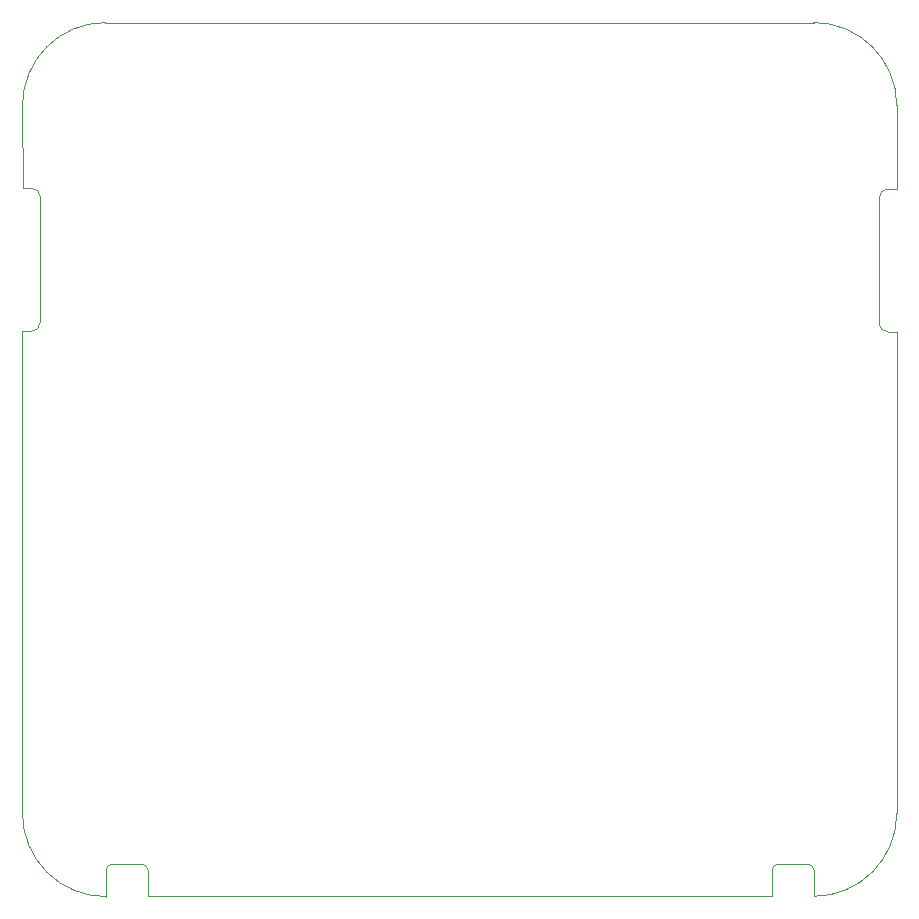
<source format=gm1>
%TF.GenerationSoftware,KiCad,Pcbnew,(6.0.4-0)*%
%TF.CreationDate,2022-04-21T19:59:26-07:00*%
%TF.ProjectId,Labpass RFID Reader,4c616270-6173-4732-9052-464944205265,0.1.0*%
%TF.SameCoordinates,Original*%
%TF.FileFunction,Profile,NP*%
%FSLAX46Y46*%
G04 Gerber Fmt 4.6, Leading zero omitted, Abs format (unit mm)*
G04 Created by KiCad (PCBNEW (6.0.4-0)) date 2022-04-21 19:59:26*
%MOMM*%
%LPD*%
G01*
G04 APERTURE LIST*
%TA.AperFunction,Profile*%
%ADD10C,0.100000*%
%TD*%
G04 APERTURE END LIST*
D10*
X180319276Y-72312193D02*
X180319276Y-65255318D01*
X113879296Y-129515296D02*
G75*
G03*
X113379296Y-130015298I4J-500004D01*
G01*
X107054296Y-72272193D02*
X106299296Y-72272193D01*
X178804307Y-83682193D02*
G75*
G03*
X179564276Y-84442193I760193J193D01*
G01*
X106296171Y-125222193D02*
X106296199Y-84390309D01*
X179584276Y-72322276D02*
G75*
G03*
X178824276Y-73082193I-76J-759924D01*
G01*
X113879296Y-129515298D02*
X116409296Y-129515298D01*
X113309296Y-58242191D02*
G75*
G03*
X106296171Y-65272173I16864J-7029969D01*
G01*
X179564276Y-84442193D02*
X180319276Y-84442193D01*
X116909296Y-132225298D02*
X116909296Y-130015298D01*
X169776151Y-132225298D02*
X116909296Y-132225298D01*
X107046199Y-84390309D02*
X106296199Y-84390309D01*
X180319287Y-65255318D02*
G75*
G03*
X173289296Y-58242193I-7029987J-16882D01*
G01*
X106299296Y-72272193D02*
X106296171Y-65272173D01*
X169776151Y-132225298D02*
X169776151Y-130015298D01*
X107046199Y-84390296D02*
G75*
G03*
X107794296Y-83632193I-4999J753096D01*
G01*
X173306151Y-132225298D02*
X173306151Y-130015298D01*
X106296234Y-125222193D02*
G75*
G03*
X113369296Y-132242193I7036966J16893D01*
G01*
X107814296Y-73020309D02*
X107794296Y-83632193D01*
X170276151Y-129515251D02*
G75*
G03*
X169776151Y-130015298I-51J-499949D01*
G01*
X173289296Y-58242193D02*
X113309296Y-58242193D01*
X170276151Y-129515298D02*
X172806151Y-129515298D01*
X116909302Y-130015298D02*
G75*
G03*
X116409296Y-129515298I-500002J-2D01*
G01*
X180319276Y-125195318D02*
X180319276Y-84442193D01*
X107814312Y-73020309D02*
G75*
G03*
X107054296Y-72272193I-760012J-11991D01*
G01*
X173306202Y-130015298D02*
G75*
G03*
X172806151Y-129515298I-499902J98D01*
G01*
X173306151Y-132225256D02*
G75*
G03*
X180319276Y-125195318I-16851J7029956D01*
G01*
X113369296Y-132242193D02*
X113379296Y-130015298D01*
X179584276Y-72322193D02*
X180319276Y-72312193D01*
X178804276Y-83682193D02*
X178824276Y-73082193D01*
M02*

</source>
